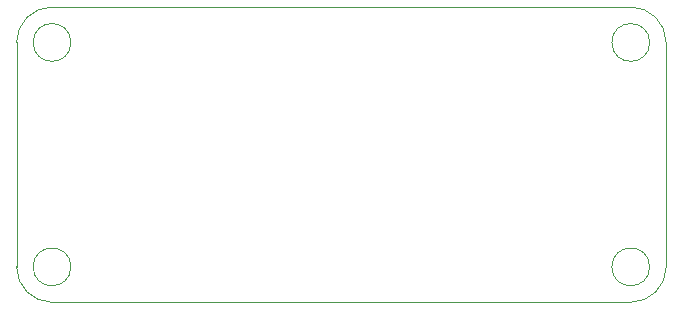
<source format=gbr>
%TF.GenerationSoftware,KiCad,Pcbnew,8.0.5*%
%TF.CreationDate,2025-06-04T17:28:06+09:00*%
%TF.ProjectId,e-con_hub,652d636f-6e5f-4687-9562-2e6b69636164,rev?*%
%TF.SameCoordinates,Original*%
%TF.FileFunction,Profile,NP*%
%FSLAX46Y46*%
G04 Gerber Fmt 4.6, Leading zero omitted, Abs format (unit mm)*
G04 Created by KiCad (PCBNEW 8.0.5) date 2025-06-04 17:28:06*
%MOMM*%
%LPD*%
G01*
G04 APERTURE LIST*
%TA.AperFunction,Profile*%
%ADD10C,0.050000*%
%TD*%
G04 APERTURE END LIST*
D10*
X182000000Y-105000000D02*
G75*
G02*
X179000000Y-108000000I-3000000J0D01*
G01*
X179000000Y-83000000D02*
G75*
G02*
X182000000Y-86000000I0J-3000000D01*
G01*
X127000000Y-86000000D02*
G75*
G02*
X130000000Y-83000000I3000000J0D01*
G01*
X130000000Y-108000000D02*
G75*
G02*
X127000000Y-105000000I0J3000000D01*
G01*
X179000000Y-108000000D02*
X130000000Y-108000000D01*
X182000000Y-86000000D02*
X182000000Y-105000000D01*
X131600000Y-86000000D02*
G75*
G02*
X128400000Y-86000000I-1600000J0D01*
G01*
X128400000Y-86000000D02*
G75*
G02*
X131600000Y-86000000I1600000J0D01*
G01*
X127000000Y-105000000D02*
X127000000Y-86000000D01*
X130000000Y-83000000D02*
X179000000Y-83000000D01*
X131600000Y-105000000D02*
G75*
G02*
X128400000Y-105000000I-1600000J0D01*
G01*
X128400000Y-105000000D02*
G75*
G02*
X131600000Y-105000000I1600000J0D01*
G01*
X180600000Y-86000000D02*
G75*
G02*
X177400000Y-86000000I-1600000J0D01*
G01*
X177400000Y-86000000D02*
G75*
G02*
X180600000Y-86000000I1600000J0D01*
G01*
X180600000Y-105000000D02*
G75*
G02*
X177400000Y-105000000I-1600000J0D01*
G01*
X177400000Y-105000000D02*
G75*
G02*
X180600000Y-105000000I1600000J0D01*
G01*
M02*

</source>
